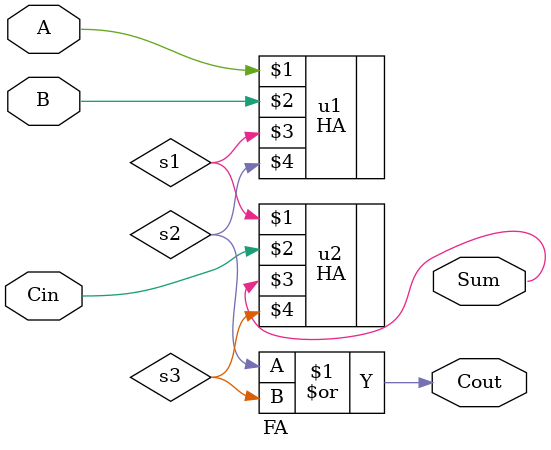
<source format=v>


module FA (Cin, A, B, Sum, Cout) ;

	input Cin, A, B;
	output Sum, Cout ;
	wire s1, s2, s3;
	
	HA u1 (A, B, s1, s2);
	HA u2 (s1, Cin, Sum, s3);
	assign Cout = s2 | s3;
	
endmodule
</source>
